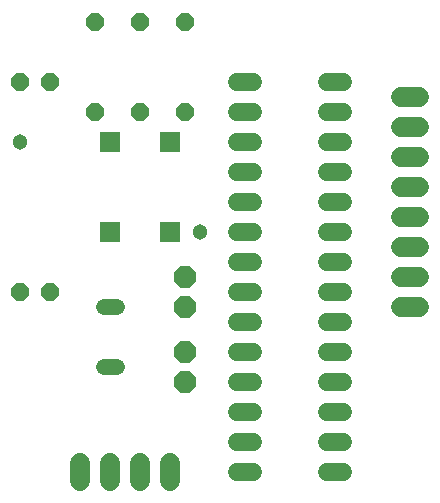
<source format=gts>
G75*
%MOIN*%
%OFA0B0*%
%FSLAX25Y25*%
%IPPOS*%
%LPD*%
%AMOC8*
5,1,8,0,0,1.08239X$1,22.5*
%
%ADD10OC8,0.07100*%
%ADD11C,0.06000*%
%ADD12C,0.06800*%
%ADD13OC8,0.06000*%
%ADD14C,0.05200*%
%ADD15R,0.06706X0.06706*%
%ADD16C,0.05131*%
D10*
X0296000Y0146000D03*
X0296000Y0156000D03*
X0296000Y0171000D03*
X0296000Y0181000D03*
D11*
X0313400Y0176000D02*
X0318600Y0176000D01*
X0318600Y0166000D02*
X0313400Y0166000D01*
X0313400Y0156000D02*
X0318600Y0156000D01*
X0318600Y0146000D02*
X0313400Y0146000D01*
X0313400Y0136000D02*
X0318600Y0136000D01*
X0318600Y0126000D02*
X0313400Y0126000D01*
X0313400Y0116000D02*
X0318600Y0116000D01*
X0343400Y0116000D02*
X0348600Y0116000D01*
X0348600Y0126000D02*
X0343400Y0126000D01*
X0343400Y0136000D02*
X0348600Y0136000D01*
X0348600Y0146000D02*
X0343400Y0146000D01*
X0343400Y0156000D02*
X0348600Y0156000D01*
X0348600Y0166000D02*
X0343400Y0166000D01*
X0343400Y0176000D02*
X0348600Y0176000D01*
X0348600Y0186000D02*
X0343400Y0186000D01*
X0343400Y0196000D02*
X0348600Y0196000D01*
X0348600Y0206000D02*
X0343400Y0206000D01*
X0343400Y0216000D02*
X0348600Y0216000D01*
X0348600Y0226000D02*
X0343400Y0226000D01*
X0343400Y0236000D02*
X0348600Y0236000D01*
X0348600Y0246000D02*
X0343400Y0246000D01*
X0318600Y0246000D02*
X0313400Y0246000D01*
X0313400Y0236000D02*
X0318600Y0236000D01*
X0318600Y0226000D02*
X0313400Y0226000D01*
X0313400Y0216000D02*
X0318600Y0216000D01*
X0318600Y0206000D02*
X0313400Y0206000D01*
X0313400Y0196000D02*
X0318600Y0196000D01*
X0318600Y0186000D02*
X0313400Y0186000D01*
D12*
X0261000Y0119000D02*
X0261000Y0113000D01*
X0271000Y0113000D02*
X0271000Y0119000D01*
X0281000Y0119000D02*
X0281000Y0113000D01*
X0291000Y0113000D02*
X0291000Y0119000D01*
X0368000Y0171000D02*
X0374000Y0171000D01*
X0374000Y0181000D02*
X0368000Y0181000D01*
X0368000Y0191000D02*
X0374000Y0191000D01*
X0374000Y0201000D02*
X0368000Y0201000D01*
X0368000Y0211000D02*
X0374000Y0211000D01*
X0374000Y0221000D02*
X0368000Y0221000D01*
X0368000Y0231000D02*
X0374000Y0231000D01*
X0374000Y0241000D02*
X0368000Y0241000D01*
D13*
X0296000Y0236000D03*
X0281000Y0236000D03*
X0266000Y0236000D03*
X0251000Y0246000D03*
X0241000Y0246000D03*
X0266000Y0266000D03*
X0281000Y0266000D03*
X0296000Y0266000D03*
X0251000Y0176000D03*
X0241000Y0176000D03*
D14*
X0268800Y0171000D02*
X0273200Y0171000D01*
X0273200Y0151000D02*
X0268800Y0151000D01*
D15*
X0271000Y0196000D03*
X0291000Y0196000D03*
X0291000Y0226000D03*
X0271000Y0226000D03*
D16*
X0241000Y0226000D03*
X0301000Y0196000D03*
M02*

</source>
